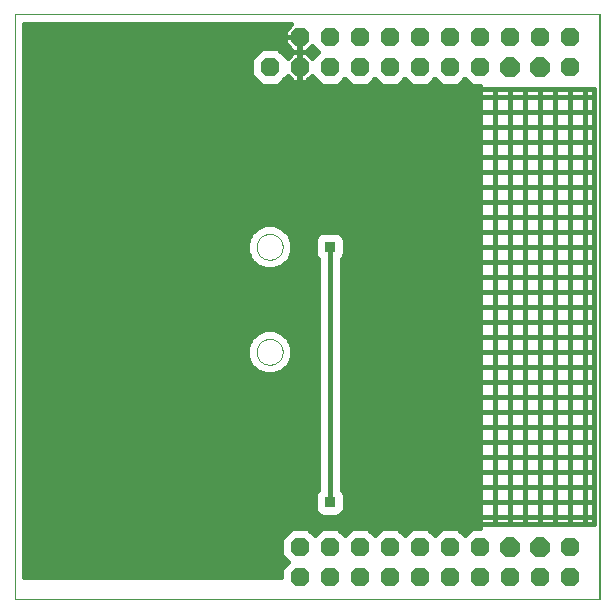
<source format=gbl>
G75*
G70*
%OFA0B0*%
%FSLAX24Y24*%
%IPPOS*%
%LPD*%
%AMOC8*
5,1,8,0,0,1.08239X$1,22.5*
%
%ADD10C,0.0000*%
%ADD11OC8,0.0630*%
%ADD12R,0.0356X0.0356*%
%ADD13C,0.0160*%
%ADD14OC8,0.0660*%
D10*
X000500Y000750D02*
X020000Y000750D01*
X020000Y020250D01*
X000500Y020250D01*
X000500Y000750D01*
X000500Y020246D01*
X019994Y020246D01*
X019994Y000750D01*
X000500Y000750D01*
X008567Y009000D02*
X008569Y009041D01*
X008575Y009082D01*
X008585Y009122D01*
X008598Y009161D01*
X008615Y009198D01*
X008636Y009234D01*
X008660Y009268D01*
X008687Y009299D01*
X008716Y009327D01*
X008749Y009353D01*
X008783Y009375D01*
X008820Y009394D01*
X008858Y009409D01*
X008898Y009421D01*
X008938Y009429D01*
X008979Y009433D01*
X009021Y009433D01*
X009062Y009429D01*
X009102Y009421D01*
X009142Y009409D01*
X009180Y009394D01*
X009216Y009375D01*
X009251Y009353D01*
X009284Y009327D01*
X009313Y009299D01*
X009340Y009268D01*
X009364Y009234D01*
X009385Y009198D01*
X009402Y009161D01*
X009415Y009122D01*
X009425Y009082D01*
X009431Y009041D01*
X009433Y009000D01*
X009431Y008959D01*
X009425Y008918D01*
X009415Y008878D01*
X009402Y008839D01*
X009385Y008802D01*
X009364Y008766D01*
X009340Y008732D01*
X009313Y008701D01*
X009284Y008673D01*
X009251Y008647D01*
X009217Y008625D01*
X009180Y008606D01*
X009142Y008591D01*
X009102Y008579D01*
X009062Y008571D01*
X009021Y008567D01*
X008979Y008567D01*
X008938Y008571D01*
X008898Y008579D01*
X008858Y008591D01*
X008820Y008606D01*
X008784Y008625D01*
X008749Y008647D01*
X008716Y008673D01*
X008687Y008701D01*
X008660Y008732D01*
X008636Y008766D01*
X008615Y008802D01*
X008598Y008839D01*
X008585Y008878D01*
X008575Y008918D01*
X008569Y008959D01*
X008567Y009000D01*
X008567Y012500D02*
X008569Y012541D01*
X008575Y012582D01*
X008585Y012622D01*
X008598Y012661D01*
X008615Y012698D01*
X008636Y012734D01*
X008660Y012768D01*
X008687Y012799D01*
X008716Y012827D01*
X008749Y012853D01*
X008783Y012875D01*
X008820Y012894D01*
X008858Y012909D01*
X008898Y012921D01*
X008938Y012929D01*
X008979Y012933D01*
X009021Y012933D01*
X009062Y012929D01*
X009102Y012921D01*
X009142Y012909D01*
X009180Y012894D01*
X009216Y012875D01*
X009251Y012853D01*
X009284Y012827D01*
X009313Y012799D01*
X009340Y012768D01*
X009364Y012734D01*
X009385Y012698D01*
X009402Y012661D01*
X009415Y012622D01*
X009425Y012582D01*
X009431Y012541D01*
X009433Y012500D01*
X009431Y012459D01*
X009425Y012418D01*
X009415Y012378D01*
X009402Y012339D01*
X009385Y012302D01*
X009364Y012266D01*
X009340Y012232D01*
X009313Y012201D01*
X009284Y012173D01*
X009251Y012147D01*
X009217Y012125D01*
X009180Y012106D01*
X009142Y012091D01*
X009102Y012079D01*
X009062Y012071D01*
X009021Y012067D01*
X008979Y012067D01*
X008938Y012071D01*
X008898Y012079D01*
X008858Y012091D01*
X008820Y012106D01*
X008784Y012125D01*
X008749Y012147D01*
X008716Y012173D01*
X008687Y012201D01*
X008660Y012232D01*
X008636Y012266D01*
X008615Y012302D01*
X008598Y012339D01*
X008585Y012378D01*
X008575Y012418D01*
X008569Y012459D01*
X008567Y012500D01*
D11*
X009000Y018500D03*
X010000Y018500D03*
X011000Y018500D03*
X012000Y018500D03*
X013000Y018500D03*
X014000Y018500D03*
X015000Y018500D03*
X016000Y018500D03*
X016000Y019500D03*
X015000Y019500D03*
X014000Y019500D03*
X013000Y019500D03*
X012000Y019500D03*
X011000Y019500D03*
X010000Y019500D03*
X017000Y019500D03*
X018000Y019500D03*
X019000Y019500D03*
X019000Y018500D03*
X019000Y002500D03*
X019000Y001500D03*
X018000Y001500D03*
X017000Y001500D03*
X016000Y001500D03*
X015000Y001500D03*
X014000Y001500D03*
X013000Y001500D03*
X012000Y001500D03*
X011000Y001500D03*
X010000Y001500D03*
X010000Y002500D03*
X011000Y002500D03*
X012000Y002500D03*
X013000Y002500D03*
X014000Y002500D03*
X015000Y002500D03*
X016000Y002500D03*
D12*
X013000Y006500D03*
X012280Y008705D03*
X011000Y012500D03*
X012579Y013823D03*
X011051Y015854D03*
X003161Y018012D03*
X002280Y014894D03*
X002610Y005319D03*
X005902Y004547D03*
X011000Y004000D03*
D13*
X011000Y012500D01*
X011498Y012546D02*
X016000Y012546D01*
X016000Y012500D02*
X019814Y012500D01*
X019814Y013000D02*
X016000Y013000D01*
X016000Y013022D02*
X009543Y013022D01*
X009638Y012927D02*
X009427Y013138D01*
X009150Y013253D01*
X008850Y013253D01*
X008573Y013138D01*
X008362Y012927D01*
X008247Y012650D01*
X008247Y012350D01*
X008362Y012073D01*
X008573Y011862D01*
X008850Y011747D01*
X009150Y011747D01*
X009427Y011862D01*
X009638Y012073D01*
X009753Y012350D01*
X009753Y012650D01*
X009638Y012927D01*
X009665Y012863D02*
X010554Y012863D01*
X010551Y012859D02*
X010502Y012742D01*
X010502Y012258D01*
X010551Y012141D01*
X010600Y012091D01*
X010600Y004409D01*
X010551Y004359D01*
X010502Y004242D01*
X010502Y003758D01*
X010551Y003641D01*
X010641Y003551D01*
X010758Y003502D01*
X011242Y003502D01*
X011359Y003551D01*
X011449Y003641D01*
X011498Y003758D01*
X011498Y004242D01*
X011449Y004359D01*
X011400Y004409D01*
X011400Y012091D01*
X011449Y012141D01*
X011498Y012258D01*
X011498Y012742D01*
X011449Y012859D01*
X011359Y012949D01*
X011242Y012998D01*
X010758Y012998D01*
X010641Y012949D01*
X010551Y012859D01*
X010502Y012705D02*
X009730Y012705D01*
X009753Y012546D02*
X010502Y012546D01*
X010502Y012388D02*
X009753Y012388D01*
X009703Y012229D02*
X010514Y012229D01*
X010600Y012071D02*
X009636Y012071D01*
X009477Y011912D02*
X010600Y011912D01*
X010600Y011754D02*
X009166Y011754D01*
X008834Y011754D02*
X000820Y011754D01*
X000820Y011912D02*
X008523Y011912D01*
X008364Y012071D02*
X000820Y012071D01*
X000820Y012229D02*
X008297Y012229D01*
X008247Y012388D02*
X000820Y012388D01*
X000820Y012546D02*
X008247Y012546D01*
X008270Y012705D02*
X000820Y012705D01*
X000820Y012863D02*
X008335Y012863D01*
X008457Y013022D02*
X000820Y013022D01*
X000820Y013180D02*
X008674Y013180D01*
X009326Y013180D02*
X016000Y013180D01*
X016000Y013339D02*
X000820Y013339D01*
X000820Y013497D02*
X016000Y013497D01*
X016000Y013500D02*
X019814Y013500D01*
X019814Y014000D02*
X016000Y014000D01*
X016000Y013973D02*
X000820Y013973D01*
X000820Y014131D02*
X016000Y014131D01*
X016000Y014290D02*
X000820Y014290D01*
X000820Y014448D02*
X016000Y014448D01*
X016000Y014500D02*
X019814Y014500D01*
X019814Y015000D02*
X016000Y015000D01*
X016000Y014924D02*
X000820Y014924D01*
X000820Y015082D02*
X016000Y015082D01*
X016000Y015241D02*
X000820Y015241D01*
X000820Y015399D02*
X016000Y015399D01*
X016000Y015500D02*
X019814Y015500D01*
X019814Y016000D02*
X016000Y016000D01*
X016000Y016033D02*
X000820Y016033D01*
X000820Y015875D02*
X016000Y015875D01*
X016000Y015716D02*
X000820Y015716D01*
X000820Y015558D02*
X016000Y015558D01*
X016000Y016192D02*
X000820Y016192D01*
X000820Y016350D02*
X016000Y016350D01*
X016000Y016500D02*
X019814Y016500D01*
X019814Y017000D02*
X016000Y017000D01*
X016000Y016984D02*
X000820Y016984D01*
X000820Y016826D02*
X016000Y016826D01*
X016000Y016667D02*
X000820Y016667D01*
X000820Y016509D02*
X016000Y016509D01*
X016000Y017143D02*
X000820Y017143D01*
X000820Y017301D02*
X016000Y017301D01*
X016000Y017460D02*
X000820Y017460D01*
X000820Y017618D02*
X016000Y017618D01*
X016000Y017500D02*
X019814Y017500D01*
X019814Y017750D02*
X019814Y003250D01*
X016000Y003250D01*
X016000Y017750D01*
X019814Y017750D01*
X019500Y017750D02*
X019500Y003250D01*
X019814Y003500D02*
X016000Y003500D01*
X016000Y003512D02*
X011265Y003512D01*
X011462Y003670D02*
X016000Y003670D01*
X016000Y003829D02*
X011498Y003829D01*
X011498Y003987D02*
X016000Y003987D01*
X016000Y004000D02*
X019814Y004000D01*
X019814Y004500D02*
X016000Y004500D01*
X016000Y004463D02*
X011400Y004463D01*
X011400Y004621D02*
X016000Y004621D01*
X016000Y004780D02*
X011400Y004780D01*
X011400Y004938D02*
X016000Y004938D01*
X016000Y005000D02*
X019814Y005000D01*
X019814Y005500D02*
X016000Y005500D01*
X016000Y005572D02*
X011400Y005572D01*
X011400Y005414D02*
X016000Y005414D01*
X016000Y005255D02*
X011400Y005255D01*
X011400Y005097D02*
X016000Y005097D01*
X016000Y005731D02*
X011400Y005731D01*
X011400Y005889D02*
X016000Y005889D01*
X016000Y006000D02*
X019814Y006000D01*
X019814Y006500D02*
X016000Y006500D01*
X016000Y006523D02*
X011400Y006523D01*
X011400Y006365D02*
X016000Y006365D01*
X016000Y006206D02*
X011400Y006206D01*
X011400Y006048D02*
X016000Y006048D01*
X016000Y006682D02*
X011400Y006682D01*
X011400Y006840D02*
X016000Y006840D01*
X016000Y006999D02*
X011400Y006999D01*
X011400Y007157D02*
X016000Y007157D01*
X016000Y007000D02*
X019814Y007000D01*
X019814Y007500D02*
X016000Y007500D01*
X016000Y007474D02*
X011400Y007474D01*
X011400Y007316D02*
X016000Y007316D01*
X016000Y007633D02*
X011400Y007633D01*
X011400Y007791D02*
X016000Y007791D01*
X016000Y007950D02*
X011400Y007950D01*
X011400Y008108D02*
X016000Y008108D01*
X016000Y008000D02*
X019814Y008000D01*
X019814Y008500D02*
X016000Y008500D01*
X016000Y008425D02*
X011400Y008425D01*
X011400Y008267D02*
X016000Y008267D01*
X016000Y008584D02*
X011400Y008584D01*
X011400Y008742D02*
X016000Y008742D01*
X016000Y008901D02*
X011400Y008901D01*
X011400Y009059D02*
X016000Y009059D01*
X016000Y009000D02*
X019814Y009000D01*
X019814Y009500D02*
X016000Y009500D01*
X016000Y009535D02*
X011400Y009535D01*
X011400Y009693D02*
X016000Y009693D01*
X016000Y009852D02*
X011400Y009852D01*
X011400Y010010D02*
X016000Y010010D01*
X016000Y010000D02*
X019814Y010000D01*
X019814Y010500D02*
X016000Y010500D01*
X016000Y010486D02*
X011400Y010486D01*
X011400Y010644D02*
X016000Y010644D01*
X016000Y010803D02*
X011400Y010803D01*
X011400Y010961D02*
X016000Y010961D01*
X016000Y011000D02*
X019814Y011000D01*
X019814Y011500D02*
X016000Y011500D01*
X016000Y011437D02*
X011400Y011437D01*
X011400Y011595D02*
X016000Y011595D01*
X016000Y011754D02*
X011400Y011754D01*
X011400Y011912D02*
X016000Y011912D01*
X016000Y012000D02*
X019814Y012000D01*
X016000Y012071D02*
X011400Y012071D01*
X011486Y012229D02*
X016000Y012229D01*
X016000Y012388D02*
X011498Y012388D01*
X011498Y012705D02*
X016000Y012705D01*
X016000Y012863D02*
X011446Y012863D01*
X013000Y014116D02*
X009992Y017125D01*
X009992Y018492D01*
X010000Y018500D01*
X010010Y018510D02*
X009990Y018510D01*
X009990Y018995D01*
X009795Y018995D01*
X009599Y018799D01*
X009263Y019135D01*
X008737Y019135D01*
X008365Y018763D01*
X008365Y018237D01*
X008737Y017865D01*
X009263Y017865D01*
X009599Y018201D01*
X009795Y018005D01*
X009990Y018005D01*
X009990Y018490D01*
X010010Y018490D01*
X010010Y018005D01*
X010205Y018005D01*
X010401Y018201D01*
X010737Y017865D01*
X011263Y017865D01*
X011500Y018102D01*
X011737Y017865D01*
X012263Y017865D01*
X012500Y018102D01*
X012737Y017865D01*
X013263Y017865D01*
X013500Y018102D01*
X013737Y017865D01*
X014263Y017865D01*
X014500Y018102D01*
X014737Y017865D01*
X015263Y017865D01*
X015500Y018102D01*
X015737Y017865D01*
X016000Y017865D01*
X016000Y003135D01*
X015737Y003135D01*
X015500Y002898D01*
X015263Y003135D01*
X014737Y003135D01*
X014500Y002898D01*
X014263Y003135D01*
X013737Y003135D01*
X013500Y002898D01*
X013263Y003135D01*
X012737Y003135D01*
X012500Y002898D01*
X012263Y003135D01*
X011737Y003135D01*
X011500Y002898D01*
X011263Y003135D01*
X010737Y003135D01*
X010500Y002898D01*
X010263Y003135D01*
X009737Y003135D01*
X009365Y002763D01*
X009365Y002237D01*
X009602Y002000D01*
X009365Y001763D01*
X009365Y001500D01*
X000820Y001500D01*
X000820Y019926D01*
X009726Y019926D01*
X009505Y019705D01*
X009505Y019510D01*
X009990Y019510D01*
X009990Y019490D01*
X010010Y019490D01*
X010010Y019005D01*
X010205Y019005D01*
X010401Y019201D01*
X010602Y019000D01*
X010401Y018799D01*
X010205Y018995D01*
X010010Y018995D01*
X010010Y018510D01*
X010010Y018569D02*
X009990Y018569D01*
X009990Y018411D02*
X010010Y018411D01*
X010010Y018252D02*
X009990Y018252D01*
X009990Y018094D02*
X010010Y018094D01*
X010294Y018094D02*
X010508Y018094D01*
X010667Y017935D02*
X009333Y017935D01*
X009492Y018094D02*
X009706Y018094D01*
X009990Y018728D02*
X010010Y018728D01*
X010010Y018886D02*
X009990Y018886D01*
X009990Y019005D02*
X009795Y019005D01*
X009505Y019295D01*
X009505Y019490D01*
X009990Y019490D01*
X009990Y019005D01*
X009990Y019045D02*
X010010Y019045D01*
X010010Y019203D02*
X009990Y019203D01*
X009990Y019362D02*
X010010Y019362D01*
X010245Y019045D02*
X010557Y019045D01*
X010488Y018886D02*
X010314Y018886D01*
X009755Y019045D02*
X009353Y019045D01*
X009512Y018886D02*
X009686Y018886D01*
X009597Y019203D02*
X000820Y019203D01*
X000820Y019045D02*
X008647Y019045D01*
X008488Y018886D02*
X000820Y018886D01*
X000820Y018728D02*
X008365Y018728D01*
X008365Y018569D02*
X000820Y018569D01*
X000820Y018411D02*
X008365Y018411D01*
X008365Y018252D02*
X000820Y018252D01*
X000820Y018094D02*
X008508Y018094D01*
X008667Y017935D02*
X000820Y017935D01*
X000820Y017777D02*
X016000Y017777D01*
X016000Y017750D02*
X016000Y003250D01*
X016000Y003195D02*
X000820Y003195D01*
X000820Y003353D02*
X016000Y003353D01*
X015638Y003036D02*
X015362Y003036D01*
X014638Y003036D02*
X014362Y003036D01*
X013638Y003036D02*
X013362Y003036D01*
X012638Y003036D02*
X012362Y003036D01*
X011638Y003036D02*
X011362Y003036D01*
X010638Y003036D02*
X010362Y003036D01*
X010735Y003512D02*
X000820Y003512D01*
X000820Y003670D02*
X010538Y003670D01*
X010502Y003829D02*
X000820Y003829D01*
X000820Y003987D02*
X010502Y003987D01*
X010502Y004146D02*
X000820Y004146D01*
X000820Y004304D02*
X010528Y004304D01*
X010600Y004463D02*
X000820Y004463D01*
X000820Y004621D02*
X010600Y004621D01*
X010600Y004780D02*
X000820Y004780D01*
X000820Y004938D02*
X010600Y004938D01*
X010600Y005097D02*
X000820Y005097D01*
X000820Y005255D02*
X010600Y005255D01*
X010600Y005414D02*
X000820Y005414D01*
X000820Y005572D02*
X010600Y005572D01*
X010600Y005731D02*
X000820Y005731D01*
X000820Y005889D02*
X010600Y005889D01*
X010600Y006048D02*
X000820Y006048D01*
X000820Y006206D02*
X010600Y006206D01*
X010600Y006365D02*
X000820Y006365D01*
X000820Y006523D02*
X010600Y006523D01*
X010600Y006682D02*
X000820Y006682D01*
X000820Y006840D02*
X010600Y006840D01*
X010600Y006999D02*
X000820Y006999D01*
X000820Y007157D02*
X010600Y007157D01*
X010600Y007316D02*
X000820Y007316D01*
X000820Y007474D02*
X010600Y007474D01*
X010600Y007633D02*
X000820Y007633D01*
X000820Y007791D02*
X010600Y007791D01*
X010600Y007950D02*
X000820Y007950D01*
X000820Y008108D02*
X010600Y008108D01*
X010600Y008267D02*
X009197Y008267D01*
X009150Y008247D02*
X009427Y008362D01*
X009638Y008573D01*
X009753Y008850D01*
X009753Y009150D01*
X009638Y009427D01*
X009427Y009638D01*
X009150Y009753D01*
X008850Y009753D01*
X008573Y009638D01*
X008362Y009427D01*
X008247Y009150D01*
X008247Y008850D01*
X008362Y008573D01*
X008573Y008362D01*
X008850Y008247D01*
X009150Y008247D01*
X008803Y008267D02*
X000820Y008267D01*
X000820Y008425D02*
X008510Y008425D01*
X008357Y008584D02*
X000820Y008584D01*
X000820Y008742D02*
X008292Y008742D01*
X008247Y008901D02*
X000820Y008901D01*
X000820Y009059D02*
X008247Y009059D01*
X008275Y009218D02*
X000820Y009218D01*
X000820Y009376D02*
X008341Y009376D01*
X008470Y009535D02*
X000820Y009535D01*
X000820Y009693D02*
X008705Y009693D01*
X009295Y009693D02*
X010600Y009693D01*
X010600Y009535D02*
X009530Y009535D01*
X009659Y009376D02*
X010600Y009376D01*
X010600Y009218D02*
X009725Y009218D01*
X009753Y009059D02*
X010600Y009059D01*
X010600Y008901D02*
X009753Y008901D01*
X009708Y008742D02*
X010600Y008742D01*
X010600Y008584D02*
X009643Y008584D01*
X009490Y008425D02*
X010600Y008425D01*
X011400Y009218D02*
X016000Y009218D01*
X016000Y009376D02*
X011400Y009376D01*
X011400Y010169D02*
X016000Y010169D01*
X016000Y010327D02*
X011400Y010327D01*
X011400Y011120D02*
X016000Y011120D01*
X016000Y011278D02*
X011400Y011278D01*
X010600Y011278D02*
X000820Y011278D01*
X000820Y011120D02*
X010600Y011120D01*
X010600Y010961D02*
X000820Y010961D01*
X000820Y010803D02*
X010600Y010803D01*
X010600Y010644D02*
X000820Y010644D01*
X000820Y010486D02*
X010600Y010486D01*
X010600Y010327D02*
X000820Y010327D01*
X000820Y010169D02*
X010600Y010169D01*
X010600Y010010D02*
X000820Y010010D01*
X000820Y009852D02*
X010600Y009852D01*
X010600Y011437D02*
X000820Y011437D01*
X000820Y011595D02*
X010600Y011595D01*
X013000Y014116D02*
X013000Y006500D01*
X011472Y004304D02*
X016000Y004304D01*
X016000Y004146D02*
X011498Y004146D01*
X009638Y003036D02*
X000820Y003036D01*
X000820Y002878D02*
X009479Y002878D01*
X009365Y002719D02*
X000820Y002719D01*
X000820Y002561D02*
X009365Y002561D01*
X009365Y002402D02*
X000820Y002402D01*
X000820Y002244D02*
X009365Y002244D01*
X009517Y002085D02*
X000820Y002085D01*
X000820Y001927D02*
X009528Y001927D01*
X009370Y001768D02*
X000820Y001768D01*
X000820Y001610D02*
X009365Y001610D01*
X016500Y003250D02*
X016500Y017750D01*
X017000Y017750D02*
X017000Y003250D01*
X017500Y003250D02*
X017500Y017750D01*
X018000Y017750D02*
X018000Y003250D01*
X018500Y003250D02*
X018500Y017750D01*
X019000Y017750D02*
X019000Y003250D01*
X016000Y013656D02*
X000820Y013656D01*
X000820Y013814D02*
X016000Y013814D01*
X016000Y014607D02*
X000820Y014607D01*
X000820Y014765D02*
X016000Y014765D01*
X015667Y017935D02*
X015333Y017935D01*
X015492Y018094D02*
X015508Y018094D01*
X014667Y017935D02*
X014333Y017935D01*
X014492Y018094D02*
X014508Y018094D01*
X013667Y017935D02*
X013333Y017935D01*
X013492Y018094D02*
X013508Y018094D01*
X012667Y017935D02*
X012333Y017935D01*
X012492Y018094D02*
X012508Y018094D01*
X011667Y017935D02*
X011333Y017935D01*
X011492Y018094D02*
X011508Y018094D01*
X009505Y019362D02*
X000820Y019362D01*
X000820Y019520D02*
X009505Y019520D01*
X009505Y019679D02*
X000820Y019679D01*
X000820Y019837D02*
X009637Y019837D01*
D14*
X017000Y018500D03*
X018000Y018500D03*
X018000Y002500D03*
X017000Y002500D03*
M02*

</source>
